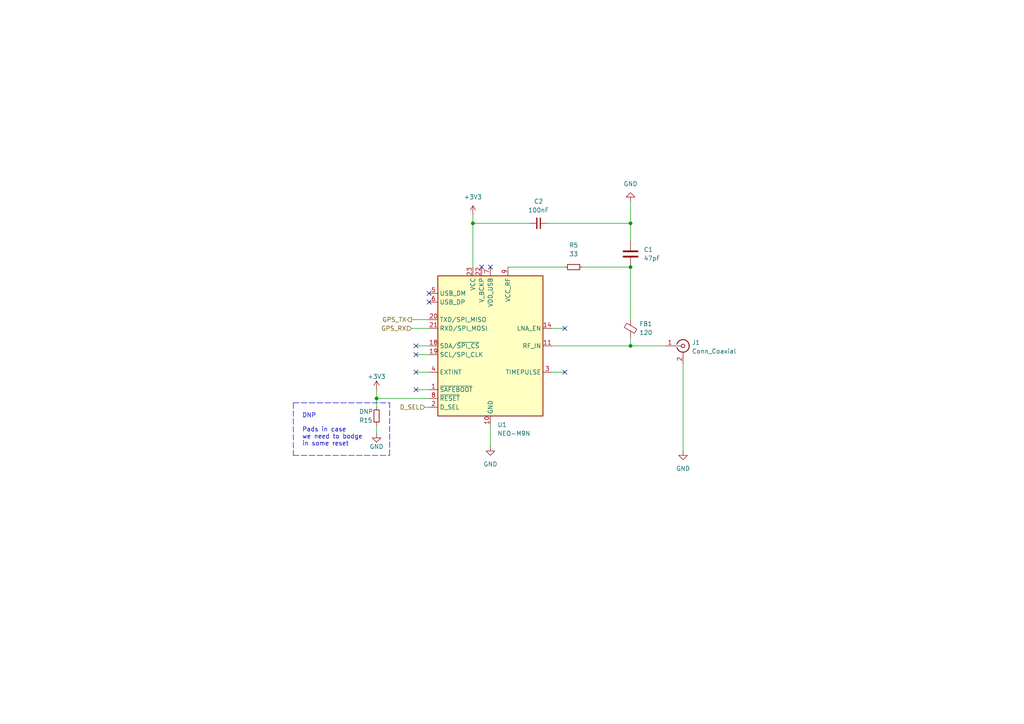
<source format=kicad_sch>
(kicad_sch (version 20211123) (generator eeschema)
  (paper "A4")
  (title_block (title "On-Car Telemetry") (date "2023-04-04") (rev "1.0.0") (company "SUFST - Southampton University Formula Student Team") (comment 1 "STAG 9") (comment 2 "Esteban Norena, Tim Brewis") (comment 3 "Tim Brewis"))
  (lib_symbols
    (symbol "Connector:Conn_Coaxial" (pin_names (offset 1.016) hide)
      (property "Reference" "J" (at 0.254 3.048 0))
      (property "Value" "Conn_Coaxial" (at 2.921 0 90))
      (symbol "Conn_Coaxial_0_1"
        (arc (start -1.778 -0.508) (mid 0.2311 -1.8066) (end 1.778 0) (stroke (width 0.254)))
        (polyline (pts (xy -2.54 0) (xy -0.508 0)))
        (polyline (pts (xy 0 -2.54) (xy 0 -1.778)))
        (circle (center 0 0) (radius 0.508) (stroke (width 0.2032)))
        (arc (start 1.778 0) (mid 0.2099 1.8101) (end -1.778 0.508) (stroke (width 0.254)))
      )
      (symbol "Conn_Coaxial_1_1"
        (pin passive line (at -5.08 0 0) (length 2.54) (name "In") (number "1"))
        (pin passive line (at 0 -5.08 90) (length 2.54) (name "Ext") (number "2"))
      )
    )
    (symbol "Device:C" (pin_numbers hide) (pin_names (offset 0.254))
      (property "Reference" "C" (at 0.635 2.54 0))
      (property "Value" "C" (at 0.635 -2.54 0))
      (symbol "C_0_1"
        (polyline (pts (xy -2.032 -0.762) (xy 2.032 -0.762)) (stroke (width 0.508)))
        (polyline (pts (xy -2.032 0.762) (xy 2.032 0.762)) (stroke (width 0.508)))
      )
      (symbol "C_1_1"
        (pin passive line (at 0 3.81 270) (length 2.794) (name "~") (number "1"))
        (pin passive line (at 0 -3.81 90) (length 2.794) (name "~") (number "2"))
      )
    )
    (symbol "Device:C_Small" (pin_numbers hide) (pin_names (offset 0.254) hide)
      (property "Reference" "C" (at 0.254 1.778 0))
      (property "Value" "C_Small" (at 0.254 -2.032 0))
      (symbol "C_Small_0_1"
        (polyline (pts (xy -1.524 -0.508) (xy 1.524 -0.508)) (stroke (width 0.3302)))
        (polyline (pts (xy -1.524 0.508) (xy 1.524 0.508)) (stroke (width 0.3048)))
      )
      (symbol "C_Small_1_1"
        (pin passive line (at 0 2.54 270) (length 2.032) (name "~") (number "1"))
        (pin passive line (at 0 -2.54 90) (length 2.032) (name "~") (number "2"))
      )
    )
    (symbol "Device:FerriteBead_Small" (pin_numbers hide) (pin_names (offset 0))
      (property "Reference" "FB" (at 1.905 1.27 0))
      (property "Value" "FerriteBead_Small" (at 1.905 -1.27 0))
      (symbol "FerriteBead_Small_0_1"
        (polyline (pts (xy 0 -1.27) (xy 0 -0.7874)))
        (polyline (pts (xy 0 0.889) (xy 0 1.2954)))
        (polyline (pts (xy -1.8288 0.2794) (xy -1.1176 1.4986) (xy 1.8288 -0.2032) (xy 1.1176 -1.4224) (xy -1.8288 0.2794)))
      )
      (symbol "FerriteBead_Small_1_1"
        (pin passive line (at 0 2.54 270) (length 1.27) (name "~") (number "1"))
        (pin passive line (at 0 -2.54 90) (length 1.27) (name "~") (number "2"))
      )
    )
    (symbol "Device:R_Small" (pin_numbers hide) (pin_names (offset 0.254) hide)
      (property "Reference" "R" (at 0.762 0.508 0))
      (property "Value" "R_Small" (at 0.762 -1.016 0))
      (symbol "R_Small_0_1"
        (rectangle (start -0.762 1.778) (end 0.762 -1.778) (stroke (width 0.2032)))
      )
      (symbol "R_Small_1_1"
        (pin passive line (at 0 2.54 270) (length 0.762) (name "~") (number "1"))
        (pin passive line (at 0 -2.54 90) (length 0.762) (name "~") (number "2"))
      )
    )
    (symbol "RF_GPS:NEO-M8N"
      (property "Reference" "U" (at -13.97 21.59 0))
      (property "Value" "NEO-M8N" (at 11.43 21.59 0))
      (symbol "NEO-M8N_0_1"
        (rectangle (start -15.24 20.32) (end 15.24 -20.32) (stroke (width 0.254)) (fill (type background)))
      )
      (symbol "NEO-M8N_1_1"
        (pin input line (at -17.78 -12.7 0) (length 2.54) (name "~{SAFEBOOT}") (number "1"))
        (pin power_in line (at 0 -22.86 90) (length 2.54) (name "GND") (number "10"))
        (pin input line (at 17.78 0 180) (length 2.54) (name "RF_IN") (number "11"))
        (pin passive line (at 0 -22.86 90) (length 2.54) hide (name "GND") (number "12"))
        (pin passive line (at 0 -22.86 90) (length 2.54) hide (name "GND") (number "13"))
        (pin output line (at 17.78 5.08 180) (length 2.54) (name "LNA_EN") (number "14"))
        (pin no_connect line (at 15.24 -10.16 180) (length 2.54) hide (name "RESERVED") (number "15"))
        (pin no_connect line (at 15.24 -12.7 180) (length 2.54) hide (name "RESERVED") (number "16"))
        (pin no_connect line (at 15.24 -15.24 180) (length 2.54) hide (name "RESERVED") (number "17"))
        (pin bidirectional line (at -17.78 0 0) (length 2.54) (name "SDA/~{SPI_CS}") (number "18"))
        (pin input line (at -17.78 -2.54 0) (length 2.54) (name "SCL/SPI_CLK") (number "19"))
        (pin input line (at -17.78 -17.78 0) (length 2.54) (name "D_SEL") (number "2"))
        (pin output line (at -17.78 7.62 0) (length 2.54) (name "TXD/SPI_MISO") (number "20"))
        (pin input line (at -17.78 5.08 0) (length 2.54) (name "RXD/SPI_MOSI") (number "21"))
        (pin power_in line (at -2.54 22.86 270) (length 2.54) (name "V_BCKP") (number "22"))
        (pin power_in line (at -5.08 22.86 270) (length 2.54) (name "VCC") (number "23"))
        (pin passive line (at 0 -22.86 90) (length 2.54) hide (name "GND") (number "24"))
        (pin output line (at 17.78 -7.62 180) (length 2.54) (name "TIMEPULSE") (number "3"))
        (pin input line (at -17.78 -7.62 0) (length 2.54) (name "EXTINT") (number "4"))
        (pin bidirectional line (at -17.78 15.24 0) (length 2.54) (name "USB_DM") (number "5"))
        (pin bidirectional line (at -17.78 12.7 0) (length 2.54) (name "USB_DP") (number "6"))
        (pin power_in line (at 0 22.86 270) (length 2.54) (name "VDD_USB") (number "7"))
        (pin input line (at -17.78 -15.24 0) (length 2.54) (name "~{RESET}") (number "8"))
        (pin power_out line (at 5.08 22.86 270) (length 2.54) (name "VCC_RF") (number "9"))
      )
    )
    (symbol "power:+3V3" (power) (pin_names (offset 0))
      (property "Value" "+3V3" (at 0 3.556 0))
      (symbol "+3V3_0_1"
        (polyline (pts (xy -0.762 1.27) (xy 0 2.54)))
        (polyline (pts (xy 0 0) (xy 0 2.54)))
        (polyline (pts (xy 0 2.54) (xy 0.762 1.27)))
      )
      (symbol "+3V3_1_1"
        (pin power_in line (at 0 0 90) (length 0) hide (name "+3V3") (number "1"))
      )
    )
    (symbol "power:GND" (power) (pin_names (offset 0))
      (property "Value" "GND" (at 0 -3.81 0))
      (symbol "GND_0_1"
        (polyline (pts (xy 0 0) (xy 0 -1.27) (xy 1.27 -1.27) (xy 0 -2.54) (xy -1.27 -1.27) (xy 0 -1.27)))
      )
      (symbol "GND_1_1"
        (pin power_in line (at 0 0 270) (length 0) hide (name "GND") (number "1"))
      )
    )
  )
  (junction (at 109.22 115.57))
  (junction (at 137.16 64.77))
  (junction (at 182.88 77.47))
  (junction (at 182.88 64.77))
  (junction (at 182.88 100.33))
  (no_connect (at 120.65 100.33))
  (no_connect (at 124.46 87.63))
  (no_connect (at 124.46 85.09))
  (no_connect (at 139.7 77.47))
  (no_connect (at 120.65 102.87))
  (no_connect (at 120.65 107.95))
  (no_connect (at 163.83 107.95))
  (no_connect (at 163.83 95.25))
  (no_connect (at 142.24 77.47))
  (no_connect (at 120.65 113.03))
  (wire (pts (xy 137.16 64.77) (xy 137.16 77.47)))
  (wire (pts (xy 160.02 107.95) (xy 163.83 107.95)))
  (wire (pts (xy 142.24 123.19) (xy 142.24 129.54)))
  (wire (pts (xy 158.75 64.77) (xy 182.88 64.77)))
  (polyline (pts (xy 113.03 132.08) (xy 113.03 116.84)))
  (wire (pts (xy 182.88 100.33) (xy 193.04 100.33)))
  (wire (pts (xy 120.65 107.95) (xy 124.46 107.95)))
  (wire (pts (xy 182.88 77.47) (xy 182.88 92.71)))
  (wire (pts (xy 182.88 64.77) (xy 182.88 69.85)))
  (wire (pts (xy 137.16 62.23) (xy 137.16 64.77)))
  (wire (pts (xy 160.02 100.33) (xy 182.88 100.33)))
  (wire (pts (xy 109.22 115.57) (xy 109.22 113.03)))
  (wire (pts (xy 109.22 115.57) (xy 109.22 118.11)))
  (wire (pts (xy 182.88 97.79) (xy 182.88 100.33)))
  (wire (pts (xy 109.22 115.57) (xy 124.46 115.57)))
  (wire (pts (xy 198.12 105.41) (xy 198.12 130.81)))
  (polyline (pts (xy 85.09 116.84) (xy 85.09 132.08)))
  (polyline (pts (xy 85.09 132.08) (xy 113.03 132.08)))
  (wire (pts (xy 168.91 77.47) (xy 182.88 77.47)))
  (wire (pts (xy 137.16 64.77) (xy 153.67 64.77)))
  (wire (pts (xy 120.65 100.33) (xy 124.46 100.33)))
  (polyline (pts (xy 85.09 116.84) (xy 113.03 116.84)))
  (wire (pts (xy 109.22 123.19) (xy 109.22 125.73)))
  (wire (pts (xy 120.65 113.03) (xy 124.46 113.03)))
  (wire (pts (xy 163.83 95.25) (xy 160.02 95.25)))
  (wire (pts (xy 120.65 102.87) (xy 124.46 102.87)))
  (wire (pts (xy 119.38 95.25) (xy 124.46 95.25)))
  (wire (pts (xy 182.88 58.42) (xy 182.88 64.77)))
  (wire (pts (xy 123.19 118.11) (xy 124.46 118.11)))
  (wire (pts (xy 119.38 92.71) (xy 124.46 92.71)))
  (wire (pts (xy 147.32 77.47) (xy 163.83 77.47)))
  (text "DNP\n\nPads in case\nwe need to bodge\nin some reset" (at 87.63 129.54 0) (effects (font (size 1.27 1.27)) (justify left bottom)))
  (hierarchical_label "D_SEL" (shape input) (at 123.19 118.11 180))
  (hierarchical_label "GPS_TX" (shape output) (at 119.38 92.71 180))
  (hierarchical_label "GPS_RX" (shape input) (at 119.38 95.25 180))
  (symbol (lib_id "Device:C") (at 182.88 73.66 0) (unit 1)
    (property "Reference" "C1" (at 186.69 72.3899 0) (effects (justify left)))
    (property "Value" "47pF" (at 186.69 74.9299 0) (effects (justify left)))
    (property "Footprint" "Capacitor_SMD:C_0805_2012Metric_Pad1.18x1.45mm_HandSolder" (effects hide))
  )
  (symbol (lib_id "power:+3V3") (at 137.16 62.23 0) (unit 1)
    (property "Reference" "#PWR?" (effects hide))
    (property "Value" "+3V3" (at 137.16 57.15 0))
  )
  (symbol (lib_id "power:+3V3") (at 109.22 113.03 0) (unit 1)
    (property "Reference" "#PWR0101" (effects hide))
    (property "Value" "+3V3" (at 109.22 109.22 0))
  )
  (symbol (lib_id "Device:R_Small") (at 109.22 120.65 0) (mirror y) (unit 1)
    (property "Reference" "R15" (at 104.14 121.92 0) (effects (justify right)))
    (property "Value" "DNP" (at 104.14 119.38 0) (effects (justify right)))
    (property "Footprint" "Resistor_SMD:R_0805_2012Metric_Pad1.20x1.40mm_HandSolder" (effects hide))
  )
  (symbol (lib_id "Device:C_Small") (at 156.21 64.77 270) (unit 1)
    (property "Reference" "C2" (at 156.2036 58.42 90))
    (property "Value" "100nF" (at 156.2036 60.96 90))
    (property "Footprint" "Capacitor_SMD:C_0805_2012Metric_Pad1.18x1.45mm_HandSolder" (effects hide))
  )
  (symbol (lib_id "Connector:Conn_Coaxial") (at 198.12 100.33 0) (unit 1)
    (property "Reference" "J1" (at 200.66 99.3531 0) (effects (justify left)))
    (property "Value" "Conn_Coaxial" (at 200.66 101.8931 0) (effects (justify left)))
    (property "Footprint" "Connector_Coaxial:SMA_Molex_73251-2200_Horizontal" (effects hide))
    (property "Datasheet" " ~" (effects hide))
  )
  (symbol (lib_id "power:GND") (at 142.24 129.54 0) (unit 1)
    (property "Reference" "#PWR02" (effects hide))
    (property "Value" "GND" (at 142.24 134.62 0))
  )
  (symbol (lib_id "power:GND") (at 182.88 58.42 180) (unit 1)
    (property "Reference" "#PWR03" (effects hide))
    (property "Value" "GND" (at 182.88 53.34 0))
  )
  (symbol (lib_id "power:GND") (at 198.12 130.81 0) (unit 1)
    (property "Reference" "#PWR04" (effects hide))
    (property "Value" "GND" (at 198.12 135.89 0))
  )
  (symbol (lib_id "Device:FerriteBead_Small") (at 182.88 95.25 0) (unit 1)
    (property "Reference" "FB1" (at 185.42 93.9418 0) (effects (justify left)))
    (property "Value" "120" (at 185.42 96.4818 0) (effects (justify left)))
    (property "Footprint" "Resistor_SMD:R_0805_2012Metric_Pad1.20x1.40mm_HandSolder" (effects hide))
  )
  (symbol (lib_id "Device:R_Small") (at 166.37 77.47 90) (unit 1)
    (property "Reference" "R5" (at 166.37 71.12 90))
    (property "Value" "33" (at 166.37 73.66 90))
    (property "Footprint" "Resistor_SMD:R_0805_2012Metric_Pad1.20x1.40mm_HandSolder" (effects hide))
  )
  (symbol (lib_id "power:GND") (at 109.22 125.73 0) (unit 1)
    (property "Reference" "#PWR039" (effects hide))
    (property "Value" "GND" (at 109.22 129.54 0))
  )
  (symbol (lib_id "RF_GPS:NEO-M8N") (at 142.24 100.33 0) (unit 1)
    (property "Reference" "U1" (at 144.2594 123.19 0) (effects (justify left)))
    (property "Value" "NEO-M9N" (at 144.2594 125.73 0) (effects (justify left)))
    (property "Footprint" "RF_GPS:ublox_NEO" (effects hide))
    (property "Datasheet" "https://www.u-blox.com/sites/default/files/NEO-M8-FW3_DataSheet_%28UBX-15031086%29.pdf" (effects hide))
  )
)
</source>
